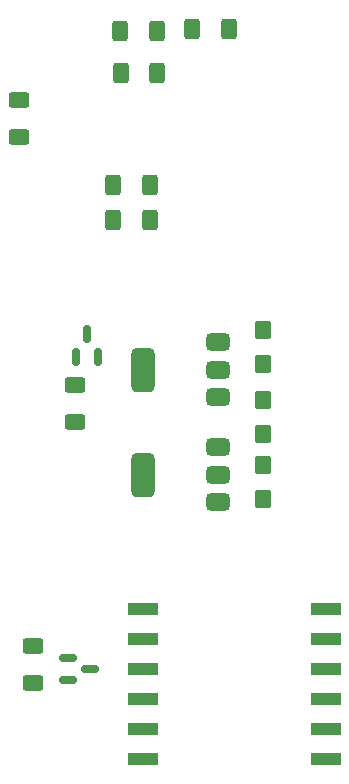
<source format=gbr>
%TF.GenerationSoftware,KiCad,Pcbnew,9.0.4*%
%TF.CreationDate,2025-09-14T15:21:27+10:00*%
%TF.ProjectId,opensenceesp32,6f70656e-7365-46e6-9365-65737033322e,rev?*%
%TF.SameCoordinates,Original*%
%TF.FileFunction,Paste,Top*%
%TF.FilePolarity,Positive*%
%FSLAX46Y46*%
G04 Gerber Fmt 4.6, Leading zero omitted, Abs format (unit mm)*
G04 Created by KiCad (PCBNEW 9.0.4) date 2025-09-14 15:21:27*
%MOMM*%
%LPD*%
G01*
G04 APERTURE LIST*
G04 Aperture macros list*
%AMRoundRect*
0 Rectangle with rounded corners*
0 $1 Rounding radius*
0 $2 $3 $4 $5 $6 $7 $8 $9 X,Y pos of 4 corners*
0 Add a 4 corners polygon primitive as box body*
4,1,4,$2,$3,$4,$5,$6,$7,$8,$9,$2,$3,0*
0 Add four circle primitives for the rounded corners*
1,1,$1+$1,$2,$3*
1,1,$1+$1,$4,$5*
1,1,$1+$1,$6,$7*
1,1,$1+$1,$8,$9*
0 Add four rect primitives between the rounded corners*
20,1,$1+$1,$2,$3,$4,$5,0*
20,1,$1+$1,$4,$5,$6,$7,0*
20,1,$1+$1,$6,$7,$8,$9,0*
20,1,$1+$1,$8,$9,$2,$3,0*%
G04 Aperture macros list end*
%ADD10RoundRect,0.250000X0.625000X-0.400000X0.625000X0.400000X-0.625000X0.400000X-0.625000X-0.400000X0*%
%ADD11RoundRect,0.375000X0.625000X0.375000X-0.625000X0.375000X-0.625000X-0.375000X0.625000X-0.375000X0*%
%ADD12RoundRect,0.500000X0.500000X1.400000X-0.500000X1.400000X-0.500000X-1.400000X0.500000X-1.400000X0*%
%ADD13RoundRect,0.250000X-0.445000X0.545000X-0.445000X-0.545000X0.445000X-0.545000X0.445000X0.545000X0*%
%ADD14RoundRect,0.250000X-0.400000X-0.625000X0.400000X-0.625000X0.400000X0.625000X-0.400000X0.625000X0*%
%ADD15RoundRect,0.250000X0.400000X0.625000X-0.400000X0.625000X-0.400000X-0.625000X0.400000X-0.625000X0*%
%ADD16R,2.500000X1.000000*%
%ADD17RoundRect,0.150000X0.150000X-0.587500X0.150000X0.587500X-0.150000X0.587500X-0.150000X-0.587500X0*%
%ADD18RoundRect,0.150000X-0.587500X-0.150000X0.587500X-0.150000X0.587500X0.150000X-0.587500X0.150000X0*%
G04 APERTURE END LIST*
D10*
%TO.C,R3*%
X222199200Y-98856800D03*
X222199200Y-95756800D03*
%TD*%
D11*
%TO.C,U3*%
X234290000Y-105635000D03*
X234290000Y-103335000D03*
D12*
X227990000Y-103335000D03*
D11*
X234290000Y-101035000D03*
%TD*%
%TO.C,U2*%
X234290000Y-96745000D03*
X234290000Y-94445000D03*
D12*
X227990000Y-94445000D03*
D11*
X234290000Y-92145000D03*
%TD*%
D13*
%TO.C,C1*%
X238125000Y-96985000D03*
X238125000Y-99865000D03*
%TD*%
D10*
%TO.C,R1*%
X218643200Y-120980800D03*
X218643200Y-117880800D03*
%TD*%
D14*
%TO.C,R2*%
X225449200Y-78790800D03*
X228549200Y-78790800D03*
%TD*%
D13*
%TO.C,C2*%
X238125000Y-91100000D03*
X238125000Y-93980000D03*
%TD*%
D15*
%TO.C,R7*%
X235204000Y-65582800D03*
X232104000Y-65582800D03*
%TD*%
D10*
%TO.C,R8*%
X217424000Y-74726800D03*
X217424000Y-71626800D03*
%TD*%
D14*
%TO.C,R5*%
X226009200Y-65735200D03*
X229109200Y-65735200D03*
%TD*%
D16*
%TO.C,U1*%
X227962000Y-114749200D03*
X227962000Y-117289200D03*
X227962000Y-119829200D03*
X227962000Y-122369200D03*
X227962000Y-124909200D03*
X227962000Y-127449200D03*
X243462000Y-127449200D03*
X243462000Y-124909200D03*
X243462000Y-122369200D03*
X243462000Y-119829200D03*
X243462000Y-117289200D03*
X243462000Y-114749200D03*
%TD*%
D13*
%TO.C,C3*%
X238125000Y-102530000D03*
X238125000Y-105410000D03*
%TD*%
D14*
%TO.C,R4*%
X225424400Y-81788000D03*
X228524400Y-81788000D03*
%TD*%
%TO.C,R6*%
X226060000Y-69342000D03*
X229160000Y-69342000D03*
%TD*%
D17*
%TO.C,Q2*%
X222250000Y-93345000D03*
X224150000Y-93345000D03*
X223200000Y-91470000D03*
%TD*%
D18*
%TO.C,Q1*%
X221566500Y-118836400D03*
X221566500Y-120736400D03*
X223441500Y-119786400D03*
%TD*%
M02*

</source>
